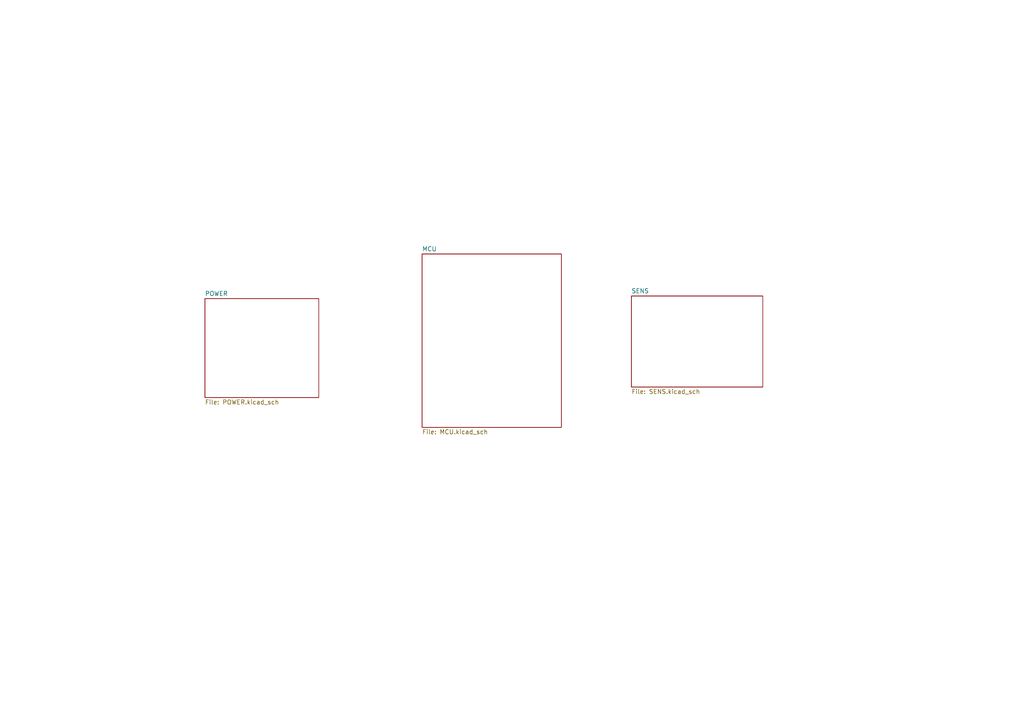
<source format=kicad_sch>
(kicad_sch (version 20230121) (generator eeschema)
  (paper "A4")
  (lib_symbols)
  (sheet (at 122.428 73.66) (size 40.386 50.292) (stroke (width 0.1524))
    (property "Sheetname" "MCU" (at 122.428 72.9484 0) (effects (justify left bottom)))
    (property "Sheetfile" "MCU.kicad_sch" (at 122.428 124.5366 0) (effects (justify left top)))
  )
  (sheet (at 183.134 85.852) (size 38.1 26.416) (stroke (width 0.1524))
    (property "Sheetname" "SENS" (at 183.134 85.1404 0) (effects (justify left bottom)))
    (property "Sheetfile" "SENS.kicad_sch" (at 183.134 112.8526 0) (effects (justify left top)))
  )
  (sheet (at 59.436 86.614) (size 33.02 28.702) (stroke (width 0.1524))
    (property "Sheetname" "POWER" (at 59.436 85.9024 0) (effects (justify left bottom)))
    (property "Sheetfile" "POWER.kicad_sch" (at 59.436 115.9006 0) (effects (justify left top)))
  )
)
</source>
